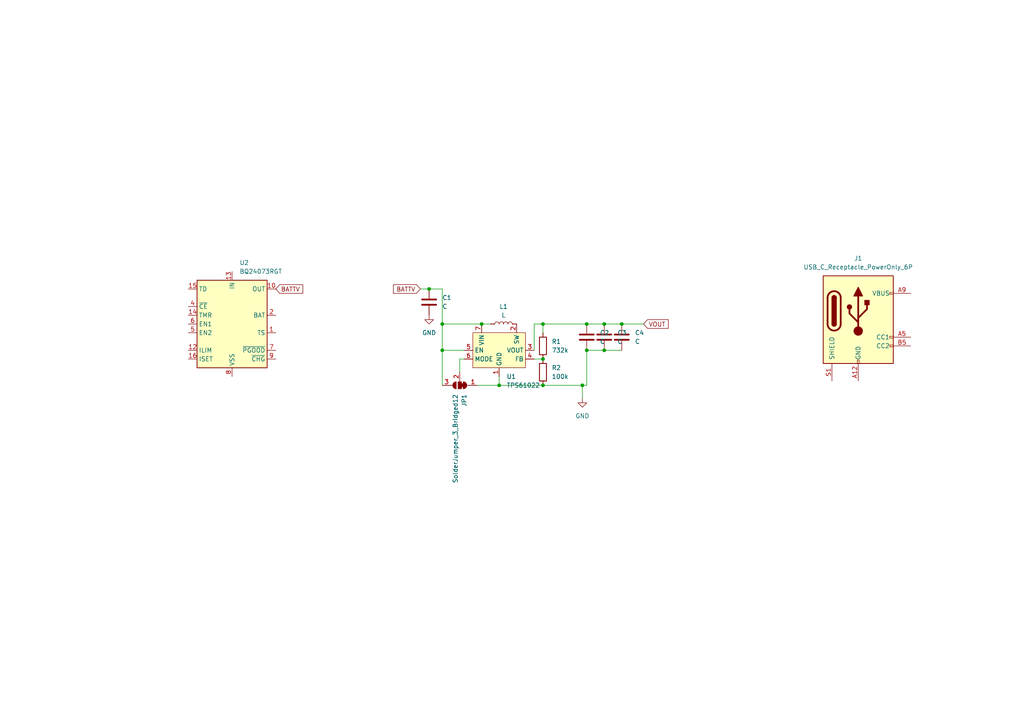
<source format=kicad_sch>
(kicad_sch (version 20250114) (generator "eeschema") (generator_version "9.0")
  (paper "A4")
  (lib_symbols
    (symbol "Battery_Management:BQ24073RGT"
      (property "Reference" "U" (at -8.89 13.97 0))
      (property "Value" "BQ24073RGT" (at 16.51 13.97 0))
      (symbol "BQ24073RGT_0_1"
        (rectangle (start -10.16 12.7) (end 10.16 -12.7) (stroke (width 0.254)) (fill (type background)))
      )
      (symbol "BQ24073RGT_1_1"
        (pin input line (at -12.7 10.16 0) (length 2.54) (name "TD") (number "15"))
        (pin input line (at -12.7 5.08 0) (length 2.54) (name "~{CE}") (number "4"))
        (pin input line (at -12.7 2.54 0) (length 2.54) (name "TMR") (number "14"))
        (pin input line (at -12.7 0 0) (length 2.54) (name "EN1") (number "6"))
        (pin input line (at -12.7 -2.54 0) (length 2.54) (name "EN2") (number "5"))
        (pin passive line (at -12.7 -7.62 0) (length 2.54) (name "ILIM") (number "12"))
        (pin passive line (at -12.7 -10.16 0) (length 2.54) (name "ISET") (number "16"))
        (pin power_in line (at 0 15.24 270) (length 2.54) (name "IN") (number "13"))
        (pin passive line (at 0 -15.24 90) (length 2.54) (hide yes) (name "VSS") (number "17"))
        (pin power_in line (at 0 -15.24 90) (length 2.54) (name "VSS") (number "8"))
        (pin power_out line (at 12.7 10.16 180) (length 2.54) (name "OUT") (number "10"))
        (pin passive line (at 12.7 10.16 180) (length 2.54) (hide yes) (name "OUT") (number "11"))
        (pin power_out line (at 12.7 2.54 180) (length 2.54) (name "BAT") (number "2"))
        (pin passive line (at 12.7 2.54 180) (length 2.54) (hide yes) (name "BAT") (number "3"))
        (pin passive line (at 12.7 -2.54 180) (length 2.54) (name "TS") (number "1"))
        (pin open_collector line (at 12.7 -7.62 180) (length 2.54) (name "~{PGOOD}") (number "7"))
        (pin open_collector line (at 12.7 -10.16 180) (length 2.54) (name "~{CHG}") (number "9"))
      )
    )
    (symbol "Connector:USB_C_Receptacle_PowerOnly_6P" (pin_names (offset 1.016))
      (property "Reference" "J" (at 0 16.51 0))
      (property "Value" "USB_C_Receptacle_PowerOnly_6P" (at 0 13.97 0))
      (symbol "USB_C_Receptacle_PowerOnly_6P_0_0"
        (rectangle (start -0.254 -12.7) (end 0.254 -11.684))
        (rectangle (start 10.16 7.874) (end 9.144 7.366))
        (rectangle (start 10.16 -4.826) (end 9.144 -5.334))
        (rectangle (start 10.16 -7.366) (end 9.144 -7.874))
      )
      (symbol "USB_C_Receptacle_PowerOnly_6P_0_1"
        (rectangle (start -10.16 12.7) (end 10.16 -12.7) (stroke (width 0.254)) (fill (type background)))
        (polyline (pts (xy -8.89 -1.27) (xy -8.89 6.35)) (stroke (width 0.508)))
        (rectangle (start -7.62 -1.27) (end -6.35 6.35) (stroke (width 0.254)) (fill (type outline)))
        (arc (start -7.62 6.35) (mid -6.985 6.9823) (end -6.35 6.35) (stroke (width 0.254)))
        (arc (start -7.62 6.35) (mid -6.985 6.9823) (end -6.35 6.35) (stroke (width 0.254)) (fill (type outline)))
        (arc (start -8.89 6.35) (mid -6.985 8.2467) (end -5.08 6.35) (stroke (width 0.508)))
        (arc (start -5.08 -1.27) (mid -6.985 -3.1667) (end -8.89 -1.27) (stroke (width 0.508)))
        (arc (start -6.35 -1.27) (mid -6.985 -1.9023) (end -7.62 -1.27) (stroke (width 0.254)))
        (arc (start -6.35 -1.27) (mid -6.985 -1.9023) (end -7.62 -1.27) (stroke (width 0.254)) (fill (type outline)))
        (polyline (pts (xy -5.08 6.35) (xy -5.08 -1.27)) (stroke (width 0.508)))
        (circle (center -2.54 3.683) (radius 0.635) (stroke (width 0.254)) (fill (type outline)))
        (polyline (pts (xy -1.27 6.858) (xy 0 9.398) (xy 1.27 6.858) (xy -1.27 6.858)) (stroke (width 0.254)) (fill (type outline)))
        (polyline (pts (xy 0 0.508) (xy 2.54 3.048) (xy 2.54 4.318)) (stroke (width 0.508)))
        (polyline (pts (xy 0 -0.762) (xy -2.54 1.778) (xy -2.54 3.048)) (stroke (width 0.508)))
        (polyline (pts (xy 0 -3.302) (xy 0 6.858)) (stroke (width 0.508)))
        (circle (center 0 -3.302) (radius 1.27) (fill (type outline)))
        (rectangle (start 1.905 4.318) (end 3.175 5.588) (stroke (width 0.254)) (fill (type outline)))
      )
      (symbol "USB_C_Receptacle_PowerOnly_6P_1_1"
        (pin passive line (at -7.62 -17.78 90) (length 5.08) (name "SHIELD") (number "S1"))
        (pin passive line (at 0 -17.78 90) (length 5.08) (name "GND") (number "A12"))
        (pin passive line (at 0 -17.78 90) (length 5.08) (hide yes) (name "GND") (number "B12"))
        (pin passive line (at 15.24 7.62 180) (length 5.08) (name "VBUS") (number "A9"))
        (pin passive line (at 15.24 7.62 180) (length 5.08) (hide yes) (name "VBUS") (number "B9"))
        (pin bidirectional line (at 15.24 -5.08 180) (length 5.08) (name "CC1") (number "A5"))
        (pin bidirectional line (at 15.24 -7.62 180) (length 5.08) (name "CC2") (number "B5"))
      )
    )
    (symbol "Converter_DCDC:TPS61022"
      (property "Reference" "U" (at 0 7.62 0))
      (property "Value" "TPS61022" (at 7.62 -7.62 0))
      (symbol "TPS61022_1_1"
        (rectangle (start -7.62 5.08) (end 7.62 -5.08) (fill (type background)))
        (pin input line (at -10.16 0 0) (length 2.54) (name "EN") (number "5"))
        (pin input line (at -10.16 -2.54 0) (length 2.54) (name "MODE") (number "6"))
        (pin power_in line (at -5.08 7.62 270) (length 2.54) (name "VIN") (number "7"))
        (pin power_in line (at 0 -7.62 90) (length 2.54) (name "GND") (number "1"))
        (pin input line (at 5.08 7.62 270) (length 2.54) (name "SW") (number "2"))
        (pin power_out line (at 10.16 0 180) (length 2.54) (name "VOUT") (number "3"))
        (pin input line (at 10.16 -2.54 180) (length 2.54) (name "FB") (number "4"))
      )
    )
    (symbol "Device:C" (pin_numbers (hide yes)) (pin_names (offset 0.254))
      (property "Reference" "C" (at 0.635 2.54 0))
      (property "Value" "C" (at 0.635 -2.54 0))
      (symbol "C_0_1"
        (polyline (pts (xy -2.032 0.762) (xy 2.032 0.762)) (stroke (width 0.508)))
        (polyline (pts (xy -2.032 -0.762) (xy 2.032 -0.762)) (stroke (width 0.508)))
      )
      (symbol "C_1_1"
        (pin passive line (at 0 3.81 270) (length 2.794) (name "~") (number "1"))
        (pin passive line (at 0 -3.81 90) (length 2.794) (name "~") (number "2"))
      )
    )
    (symbol "Device:L" (pin_numbers (hide yes)) (pin_names (offset 1.016) (hide yes))
      (property "Reference" "L" (at -1.27 0 90))
      (property "Value" "L" (at 1.905 0 90))
      (symbol "L_0_1"
        (arc (start 0 2.54) (mid 0.6323 1.905) (end 0 1.27))
        (arc (start 0 1.27) (mid 0.6323 0.635) (end 0 0))
        (arc (start 0 0) (mid 0.6323 -0.635) (end 0 -1.27))
        (arc (start 0 -1.27) (mid 0.6323 -1.905) (end 0 -2.54))
      )
      (symbol "L_1_1"
        (pin passive line (at 0 3.81 270) (length 1.27) (name "1") (number "1"))
        (pin passive line (at 0 -3.81 90) (length 1.27) (name "2") (number "2"))
      )
    )
    (symbol "Device:R" (pin_numbers (hide yes)) (pin_names (offset 0))
      (property "Reference" "R" (at 2.032 0 90))
      (property "Value" "R" (at 0 0 90))
      (symbol "R_0_1"
        (rectangle (start -1.016 -2.54) (end 1.016 2.54) (stroke (width 0.254)))
      )
      (symbol "R_1_1"
        (pin passive line (at 0 3.81 270) (length 1.27) (name "~") (number "1"))
        (pin passive line (at 0 -3.81 90) (length 1.27) (name "~") (number "2"))
      )
    )
    (symbol "Jumper:SolderJumper_3_Bridged12" (pin_names (offset 0) (hide yes)) (in_bom no)
      (property "Reference" "JP" (at -2.54 -2.54 0))
      (property "Value" "SolderJumper_3_Bridged12" (at 0 2.794 0))
      (symbol "SolderJumper_3_Bridged12_0_1"
        (polyline (pts (xy -2.54 0) (xy -2.032 0)))
        (polyline (pts (xy -1.016 1.016) (xy -1.016 -1.016)))
        (rectangle (start -1.016 0.508) (end -0.508 -0.508) (fill (type outline)))
        (arc (start -1.016 -1.016) (mid -2.0276 0) (end -1.016 1.016))
        (arc (start -1.016 -1.016) (mid -2.0276 0) (end -1.016 1.016) (fill (type outline)))
        (rectangle (start -0.508 1.016) (end 0.508 -1.016) (fill (type outline)))
        (polyline (pts (xy 0 -1.27) (xy 0 -1.016)))
        (arc (start 1.016 1.016) (mid 2.0276 0) (end 1.016 -1.016))
        (arc (start 1.016 1.016) (mid 2.0276 0) (end 1.016 -1.016) (fill (type outline)))
        (polyline (pts (xy 1.016 1.016) (xy 1.016 -1.016)))
        (polyline (pts (xy 2.54 0) (xy 2.032 0)))
      )
      (symbol "SolderJumper_3_Bridged12_1_1"
        (pin passive line (at -5.08 0 0) (length 2.54) (name "A") (number "1"))
        (pin passive line (at 0 -3.81 90) (length 2.54) (name "C") (number "2"))
        (pin passive line (at 5.08 0 180) (length 2.54) (name "B") (number "3"))
      )
    )
    (symbol "power:GND" (power) (pin_numbers (hide yes)) (pin_names (offset 0) (hide yes))
      (property "Value" "GND" (at 0 -3.81 0))
      (symbol "GND_0_1"
        (polyline (pts (xy 0 0) (xy 0 -1.27) (xy 1.27 -1.27) (xy 0 -2.54) (xy -1.27 -1.27) (xy 0 -1.27)))
      )
      (symbol "GND_1_1"
        (pin power_in line (at 0 0 270) (length 0) (name "~") (number "1"))
      )
    )
  )
  (junction (at 128.27 101.6))
  (junction (at 128.27 93.98))
  (junction (at 175.26 93.98))
  (junction (at 157.48 104.14))
  (junction (at 124.46 83.82))
  (junction (at 170.18 93.98))
  (junction (at 157.48 93.98))
  (junction (at 168.91 111.76))
  (junction (at 157.48 111.76))
  (junction (at 175.26 101.6))
  (junction (at 170.18 101.6))
  (junction (at 144.78 111.76))
  (junction (at 139.7 93.98))
  (junction (at 180.34 93.98))
  (wire (pts (xy 124.46 83.82) (xy 128.27 83.82)))
  (wire (pts (xy 180.34 93.98) (xy 186.69 93.98)))
  (wire (pts (xy 128.27 93.98) (xy 139.7 93.98)))
  (wire (pts (xy 170.18 111.76) (xy 168.91 111.76)))
  (wire (pts (xy 144.78 111.76) (xy 157.48 111.76)))
  (wire (pts (xy 128.27 83.82) (xy 128.27 93.98)))
  (wire (pts (xy 157.48 96.52) (xy 157.48 93.98)))
  (wire (pts (xy 170.18 101.6) (xy 175.26 101.6)))
  (wire (pts (xy 128.27 111.76) (xy 128.27 101.6)))
  (wire (pts (xy 175.26 101.6) (xy 180.34 101.6)))
  (wire (pts (xy 154.94 104.14) (xy 157.48 104.14)))
  (wire (pts (xy 134.62 101.6) (xy 128.27 101.6)))
  (wire (pts (xy 170.18 93.98) (xy 175.26 93.98)))
  (wire (pts (xy 133.35 104.14) (xy 134.62 104.14)))
  (wire (pts (xy 121.92 83.82) (xy 124.46 83.82)))
  (wire (pts (xy 154.94 93.98) (xy 157.48 93.98)))
  (wire (pts (xy 128.27 101.6) (xy 128.27 93.98)))
  (wire (pts (xy 142.24 93.98) (xy 139.7 93.98)))
  (wire (pts (xy 170.18 111.76) (xy 170.18 101.6)))
  (wire (pts (xy 168.91 115.57) (xy 168.91 111.76)))
  (wire (pts (xy 138.43 111.76) (xy 144.78 111.76)))
  (wire (pts (xy 133.35 104.14) (xy 133.35 107.95)))
  (wire (pts (xy 175.26 93.98) (xy 180.34 93.98)))
  (wire (pts (xy 157.48 93.98) (xy 170.18 93.98)))
  (wire (pts (xy 157.48 111.76) (xy 168.91 111.76)))
  (wire (pts (xy 154.94 101.6) (xy 154.94 93.98)))
  (wire (pts (xy 144.78 109.22) (xy 144.78 111.76)))
  (global_label "VOUT" (shape input) (at 186.69 93.98 0) (property "Intersheetrefs" "${INTERSHEET_REFS}" (effects (hide yes))))
  (global_label "BATTV" (shape input) (at 121.92 83.82 180) (property "Intersheetrefs" "${INTERSHEET_REFS}" (effects (hide yes))))
  (global_label "BATTV" (shape input) (at 80.01 83.82 0) (property "Intersheetrefs" "${INTERSHEET_REFS}" (effects (hide yes))))
  (symbol (lib_id "Device:C") (at 170.18 97.79 0) (unit 1)
    (property "Reference" "C2" (at 173.99 96.5199 0) (effects (justify left)))
    (property "Value" "C" (at 173.99 99.0599 0) (effects (justify left)))
    (property "Description" "Unpolarized capacitor" (effects (hide yes)))
  )
  (symbol (lib_id "Device:C") (at 124.46 87.63 0) (unit 1)
    (property "Reference" "C1" (at 128.27 86.3599 0) (effects (justify left)))
    (property "Value" "C" (at 128.27 88.8999 0) (effects (justify left)))
    (property "Description" "Unpolarized capacitor" (effects (hide yes)))
  )
  (symbol (lib_id "Device:R") (at 157.48 107.95 0) (unit 1)
    (property "Reference" "R2" (at 160.02 106.6799 0) (effects (justify left)))
    (property "Value" "100k" (at 160.02 109.2199 0) (effects (justify left)))
    (property "Description" "Resistor" (effects (hide yes)))
  )
  (symbol (lib_id "Device:L") (at 146.05 93.98 90) (unit 1)
    (property "Reference" "L1" (at 146.05 88.9 90))
    (property "Value" "L" (at 146.05 91.44 90))
    (property "Footprint" "Inductor_SMD:L_Bourns_SRP6060FA" (effects (hide yes)))
    (property "Description" "Inductor" (effects (hide yes)))
  )
  (symbol (lib_id "Device:C") (at 180.34 97.79 0) (unit 1)
    (property "Reference" "C4" (at 184.15 96.5199 0) (effects (justify left)))
    (property "Value" "C" (at 184.15 99.0599 0) (effects (justify left)))
    (property "Description" "Unpolarized capacitor" (effects (hide yes)))
  )
  (symbol (lib_id "Jumper:SolderJumper_3_Bridged12") (at 133.35 111.76 180) (unit 1) (in_bom no)
    (property "Reference" "JP1" (at 134.6201 114.3 90) (effects (justify left)))
    (property "Value" "SolderJumper_3_Bridged12" (at 132.0801 114.3 90) (effects (justify left)))
    (property "Description" "3-pole Solder Jumper, pins 1+2 closed/bridged" (effects (hide yes)))
  )
  (symbol (lib_id "Connector:USB_C_Receptacle_PowerOnly_6P") (at 248.92 92.71 0) (unit 1)
    (property "Reference" "J1" (at 248.92 74.93 0))
    (property "Value" "USB_C_Receptacle_PowerOnly_6P" (at 248.92 77.47 0))
    (property "Footprint" "Connector_USB:USB_C_Receptacle_GCT_USB4125-xx-x-0190_6P_TopMnt_Horizontal" (effects (hide yes)))
    (property "Datasheet" "https://www.usb.org/sites/default/files/documents/usb_type-c.zip" (effects (hide yes)))
    (property "Description" "USB Power-Only 6P Type-C Receptacle connector" (effects (hide yes)))
  )
  (symbol (lib_id "Converter_DCDC:TPS61022") (at 144.78 101.6 0) (unit 1)
    (property "Reference" "U1" (at 146.9233 109.22 0) (effects (justify left)))
    (property "Value" "TPS61022" (at 146.9233 111.76 0) (effects (justify left)))
    (property "Footprint" "Package_DFN_QFN:Texas_RWU0007A_VQFN-7_2x2mm_P0.5mm" (effects (hide yes)))
    (property "Datasheet" "https://www.ti.com/lit/ds/symlink/tps61022.pdf" (effects (hide yes)))
    (property "Description" "8A Boost Converter, 0.5-5.5 V input, 2.2-5.5V output, Texas RWU0007A VQFN-7" (effects (hide yes)))
  )
  (symbol (lib_id "Device:C") (at 175.26 97.79 0) (unit 1)
    (property "Reference" "C3" (at 179.07 96.5199 0) (effects (justify left)))
    (property "Value" "C" (at 179.07 99.0599 0) (effects (justify left)))
    (property "Description" "Unpolarized capacitor" (effects (hide yes)))
  )
  (symbol (lib_id "power:GND") (at 168.91 115.57 0) (unit 1)
    (property "Reference" "#PWR02" (effects (hide yes)))
    (property "Value" "GND" (at 168.91 120.65 0))
    (property "Description" "Power symbol creates a global label with name \"GND\" , ground" (effects (hide yes)))
  )
  (symbol (lib_id "Device:R") (at 157.48 100.33 0) (unit 1)
    (property "Reference" "R1" (at 160.02 99.0599 0) (effects (justify left)))
    (property "Value" "732k" (at 160.02 101.5999 0) (effects (justify left)))
    (property "Description" "Resistor" (effects (hide yes)))
  )
  (symbol (lib_id "Battery_Management:BQ24073RGT") (at 67.31 93.98 0) (unit 1)
    (property "Reference" "U2" (at 69.4533 76.2 0) (effects (justify left)))
    (property "Value" "BQ24073RGT" (at 69.4533 78.74 0) (effects (justify left)))
    (property "Footprint" "Package_DFN_QFN:VQFN-16-1EP_3x3mm_P0.5mm_EP1.6x1.6mm" (effects (hide yes)))
    (property "Datasheet" "http://www.ti.com/lit/ds/symlink/bq24073.pdf" (effects (hide yes)))
    (property "Description" "USB-Friendly Li-Ion Battery Charger and Power-Path Management, VQFN-16" (effects (hide yes)))
  )
  (symbol (lib_id "power:GND") (at 124.46 91.44 0) (unit 1)
    (property "Reference" "#PWR01" (effects (hide yes)))
    (property "Value" "GND" (at 124.46 96.52 0))
    (property "Description" "Power symbol creates a global label with name \"GND\" , ground" (effects (hide yes)))
  )
)
</source>
